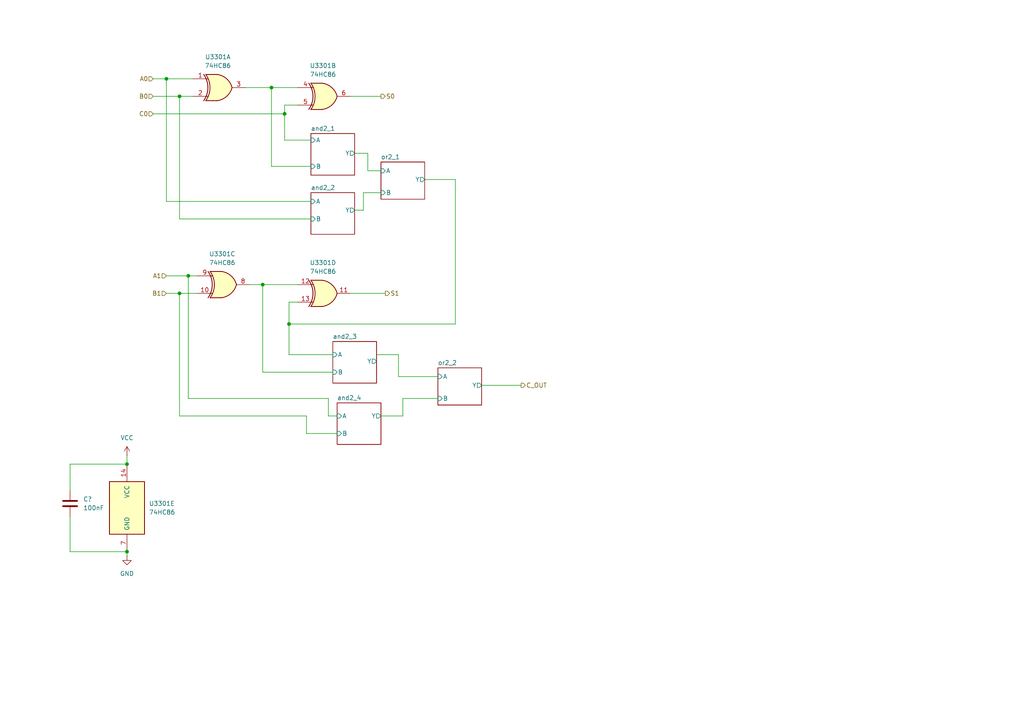
<source format=kicad_sch>
(kicad_sch (version 20250114) (generator "eeschema") (generator_version "9.0")
  (paper "A4")
  (lib_symbols
    (symbol "74xx:74HC86" (pin_names (offset 1.016))
      (property "Reference" "U" (at 0 1.27 0))
      (property "Value" "74HC86" (at 0 -1.27 0))
      (symbol "74HC86_1_0"
        (arc (start -4.4196 3.81) (mid -3.2033 0) (end -4.4196 -3.81) (stroke (width 0.254)))
        (arc (start -3.81 3.81) (mid -2.589 0) (end -3.81 -3.81) (stroke (width 0.254)))
        (polyline (pts (xy -3.81 3.81) (xy -0.635 3.81)) (stroke (width 0.254)) (fill (type background)))
        (polyline (pts (xy -3.81 -3.81) (xy -0.635 -3.81)) (stroke (width 0.254)) (fill (type background)))
        (arc (start 3.81 0) (mid 2.1855 -2.584) (end -0.6096 -3.81) (stroke (width 0.254)) (fill (type background)))
        (arc (start -0.6096 3.81) (mid 2.1928 2.5924) (end 3.81 0) (stroke (width 0.254)) (fill (type background)))
        (polyline (pts (xy -0.635 3.81) (xy -3.81 3.81) (xy -3.81 3.81) (xy -3.556 3.4036) (xy -3.0226 2.2606) (xy -2.6924 1.0414) (xy -2.6162 -0.254) (xy -2.7686 -1.4986) (xy -3.175 -2.7178) (xy -3.81 -3.81) (xy -3.81 -3.81) (xy -0.635 -3.81)) (stroke (width -25.4)) (fill (type background)))
        (pin input line (at -7.62 2.54 0) (length 4.445) (name "~") (number "1"))
        (pin input line (at -7.62 -2.54 0) (length 4.445) (name "~") (number "2"))
        (pin output line (at 7.62 0 180) (length 3.81) (name "~") (number "3"))
      )
      (symbol "74HC86_1_1"
        (polyline (pts (xy -3.81 2.54) (xy -3.175 2.54)) (stroke (width 0.1524)))
        (polyline (pts (xy -3.81 -2.54) (xy -3.175 -2.54)) (stroke (width 0.1524)))
      )
      (symbol "74HC86_2_0"
        (arc (start -4.4196 3.81) (mid -3.2033 0) (end -4.4196 -3.81) (stroke (width 0.254)))
        (arc (start -3.81 3.81) (mid -2.589 0) (end -3.81 -3.81) (stroke (width 0.254)))
        (polyline (pts (xy -3.81 3.81) (xy -0.635 3.81)) (stroke (width 0.254)) (fill (type background)))
        (polyline (pts (xy -3.81 -3.81) (xy -0.635 -3.81)) (stroke (width 0.254)) (fill (type background)))
        (arc (start 3.81 0) (mid 2.1855 -2.584) (end -0.6096 -3.81) (stroke (width 0.254)) (fill (type background)))
        (arc (start -0.6096 3.81) (mid 2.1928 2.5924) (end 3.81 0) (stroke (width 0.254)) (fill (type background)))
        (polyline (pts (xy -0.635 3.81) (xy -3.81 3.81) (xy -3.81 3.81) (xy -3.556 3.4036) (xy -3.0226 2.2606) (xy -2.6924 1.0414) (xy -2.6162 -0.254) (xy -2.7686 -1.4986) (xy -3.175 -2.7178) (xy -3.81 -3.81) (xy -3.81 -3.81) (xy -0.635 -3.81)) (stroke (width -25.4)) (fill (type background)))
        (pin input line (at -7.62 2.54 0) (length 4.445) (name "~") (number "4"))
        (pin input line (at -7.62 -2.54 0) (length 4.445) (name "~") (number "5"))
        (pin output line (at 7.62 0 180) (length 3.81) (name "~") (number "6"))
      )
      (symbol "74HC86_2_1"
        (polyline (pts (xy -3.81 2.54) (xy -3.175 2.54)) (stroke (width 0.1524)))
        (polyline (pts (xy -3.81 -2.54) (xy -3.175 -2.54)) (stroke (width 0.1524)))
      )
      (symbol "74HC86_3_0"
        (arc (start -4.4196 3.81) (mid -3.2033 0) (end -4.4196 -3.81) (stroke (width 0.254)))
        (arc (start -3.81 3.81) (mid -2.589 0) (end -3.81 -3.81) (stroke (width 0.254)))
        (polyline (pts (xy -3.81 3.81) (xy -0.635 3.81)) (stroke (width 0.254)) (fill (type background)))
        (polyline (pts (xy -3.81 -3.81) (xy -0.635 -3.81)) (stroke (width 0.254)) (fill (type background)))
        (arc (start 3.81 0) (mid 2.1855 -2.584) (end -0.6096 -3.81) (stroke (width 0.254)) (fill (type background)))
        (arc (start -0.6096 3.81) (mid 2.1928 2.5924) (end 3.81 0) (stroke (width 0.254)) (fill (type background)))
        (polyline (pts (xy -0.635 3.81) (xy -3.81 3.81) (xy -3.81 3.81) (xy -3.556 3.4036) (xy -3.0226 2.2606) (xy -2.6924 1.0414) (xy -2.6162 -0.254) (xy -2.7686 -1.4986) (xy -3.175 -2.7178) (xy -3.81 -3.81) (xy -3.81 -3.81) (xy -0.635 -3.81)) (stroke (width -25.4)) (fill (type background)))
        (pin input line (at -7.62 2.54 0) (length 4.445) (name "~") (number "9"))
        (pin input line (at -7.62 -2.54 0) (length 4.445) (name "~") (number "10"))
        (pin output line (at 7.62 0 180) (length 3.81) (name "~") (number "8"))
      )
      (symbol "74HC86_3_1"
        (polyline (pts (xy -3.81 2.54) (xy -3.175 2.54)) (stroke (width 0.1524)))
        (polyline (pts (xy -3.81 -2.54) (xy -3.175 -2.54)) (stroke (width 0.1524)))
      )
      (symbol "74HC86_4_0"
        (arc (start -4.4196 3.81) (mid -3.2033 0) (end -4.4196 -3.81) (stroke (width 0.254)))
        (arc (start -3.81 3.81) (mid -2.589 0) (end -3.81 -3.81) (stroke (width 0.254)))
        (polyline (pts (xy -3.81 3.81) (xy -0.635 3.81)) (stroke (width 0.254)) (fill (type background)))
        (polyline (pts (xy -3.81 -3.81) (xy -0.635 -3.81)) (stroke (width 0.254)) (fill (type background)))
        (arc (start 3.81 0) (mid 2.1855 -2.584) (end -0.6096 -3.81) (stroke (width 0.254)) (fill (type background)))
        (arc (start -0.6096 3.81) (mid 2.1928 2.5924) (end 3.81 0) (stroke (width 0.254)) (fill (type background)))
        (polyline (pts (xy -0.635 3.81) (xy -3.81 3.81) (xy -3.81 3.81) (xy -3.556 3.4036) (xy -3.0226 2.2606) (xy -2.6924 1.0414) (xy -2.6162 -0.254) (xy -2.7686 -1.4986) (xy -3.175 -2.7178) (xy -3.81 -3.81) (xy -3.81 -3.81) (xy -0.635 -3.81)) (stroke (width -25.4)) (fill (type background)))
        (pin input line (at -7.62 2.54 0) (length 4.445) (name "~") (number "12"))
        (pin input line (at -7.62 -2.54 0) (length 4.445) (name "~") (number "13"))
        (pin output line (at 7.62 0 180) (length 3.81) (name "~") (number "11"))
      )
      (symbol "74HC86_4_1"
        (polyline (pts (xy -3.81 2.54) (xy -3.175 2.54)) (stroke (width 0.1524)))
        (polyline (pts (xy -3.81 -2.54) (xy -3.175 -2.54)) (stroke (width 0.1524)))
      )
      (symbol "74HC86_5_0"
        (pin power_in line (at 0 12.7 270) (length 5.08) (name "VCC") (number "14"))
        (pin power_in line (at 0 -12.7 90) (length 5.08) (name "GND") (number "7"))
      )
      (symbol "74HC86_5_1"
        (rectangle (start -5.08 7.62) (end 5.08 -7.62) (stroke (width 0.254)) (fill (type background)))
      )
    )
    (symbol "Device:C" (pin_numbers (hide yes)) (pin_names (offset 0.254))
      (property "Reference" "C" (at 0.635 2.54 0))
      (property "Value" "C" (at 0.635 -2.54 0))
      (symbol "C_0_1"
        (polyline (pts (xy -2.032 0.762) (xy 2.032 0.762)) (stroke (width 0.508)))
        (polyline (pts (xy -2.032 -0.762) (xy 2.032 -0.762)) (stroke (width 0.508)))
      )
      (symbol "C_1_1"
        (pin passive line (at 0 3.81 270) (length 2.794) (name "~") (number "1"))
        (pin passive line (at 0 -3.81 90) (length 2.794) (name "~") (number "2"))
      )
    )
    (symbol "power:GND" (power) (pin_numbers (hide yes)) (pin_names (offset 0) (hide yes))
      (property "Value" "GND" (at 0 -3.81 0))
      (symbol "GND_0_1"
        (polyline (pts (xy 0 0) (xy 0 -1.27) (xy 1.27 -1.27) (xy 0 -2.54) (xy -1.27 -1.27) (xy 0 -1.27)))
      )
      (symbol "GND_1_1"
        (pin power_in line (at 0 0 270) (length 0) (name "~") (number "1"))
      )
    )
    (symbol "power:VCC" (power) (pin_numbers (hide yes)) (pin_names (offset 0) (hide yes))
      (property "Value" "VCC" (at 0 3.556 0))
      (symbol "VCC_0_1"
        (polyline (pts (xy -0.762 1.27) (xy 0 2.54)))
        (polyline (pts (xy 0 2.54) (xy 0.762 1.27)))
        (polyline (pts (xy 0 0) (xy 0 2.54)))
      )
      (symbol "VCC_1_1"
        (pin power_in line (at 0 0 90) (length 0) (name "~") (number "1"))
      )
    )
  )
  (junction (at 36.83 134.62))
  (junction (at 76.2 82.55))
  (junction (at 52.07 85.09))
  (junction (at 78.74 25.4))
  (junction (at 83.82 93.98))
  (junction (at 48.26 22.86))
  (junction (at 54.61 80.01))
  (junction (at 36.83 160.02))
  (junction (at 82.55 33.02))
  (junction (at 52.07 27.94))
  (wire (pts (xy 54.61 115.57) (xy 95.25 115.57)))
  (wire (pts (xy 127 109.22) (xy 115.57 109.22)))
  (wire (pts (xy 44.45 33.02) (xy 82.55 33.02)))
  (wire (pts (xy 20.32 134.62) (xy 36.83 134.62)))
  (wire (pts (xy 76.2 82.55) (xy 86.36 82.55)))
  (wire (pts (xy 102.87 60.96) (xy 105.41 60.96)))
  (wire (pts (xy 90.17 40.64) (xy 82.55 40.64)))
  (wire (pts (xy 52.07 27.94) (xy 55.88 27.94)))
  (wire (pts (xy 132.08 93.98) (xy 132.08 52.07)))
  (wire (pts (xy 36.83 161.29) (xy 36.83 160.02)))
  (wire (pts (xy 86.36 30.48) (xy 82.55 30.48)))
  (wire (pts (xy 52.07 27.94) (xy 52.07 63.5)))
  (wire (pts (xy 52.07 85.09) (xy 57.15 85.09)))
  (wire (pts (xy 116.84 120.65) (xy 110.49 120.65)))
  (wire (pts (xy 96.52 107.95) (xy 76.2 107.95)))
  (wire (pts (xy 90.17 48.26) (xy 78.74 48.26)))
  (wire (pts (xy 76.2 82.55) (xy 76.2 107.95)))
  (wire (pts (xy 123.19 52.07) (xy 132.08 52.07)))
  (wire (pts (xy 44.45 22.86) (xy 48.26 22.86)))
  (wire (pts (xy 86.36 87.63) (xy 83.82 87.63)))
  (wire (pts (xy 101.6 27.94) (xy 110.49 27.94)))
  (wire (pts (xy 52.07 120.65) (xy 88.9 120.65)))
  (wire (pts (xy 88.9 120.65) (xy 88.9 125.73)))
  (wire (pts (xy 54.61 80.01) (xy 57.15 80.01)))
  (wire (pts (xy 96.52 102.87) (xy 83.82 102.87)))
  (wire (pts (xy 52.07 85.09) (xy 52.07 120.65)))
  (wire (pts (xy 105.41 55.88) (xy 105.41 60.96)))
  (wire (pts (xy 83.82 93.98) (xy 83.82 102.87)))
  (wire (pts (xy 110.49 55.88) (xy 105.41 55.88)))
  (wire (pts (xy 44.45 27.94) (xy 52.07 27.94)))
  (wire (pts (xy 97.79 120.65) (xy 95.25 120.65)))
  (wire (pts (xy 106.68 44.45) (xy 106.68 49.53)))
  (wire (pts (xy 127 115.57) (xy 116.84 115.57)))
  (wire (pts (xy 52.07 63.5) (xy 90.17 63.5)))
  (wire (pts (xy 78.74 48.26) (xy 78.74 25.4)))
  (wire (pts (xy 83.82 87.63) (xy 83.82 93.98)))
  (wire (pts (xy 48.26 85.09) (xy 52.07 85.09)))
  (wire (pts (xy 48.26 80.01) (xy 54.61 80.01)))
  (wire (pts (xy 78.74 25.4) (xy 86.36 25.4)))
  (wire (pts (xy 48.26 58.42) (xy 90.17 58.42)))
  (wire (pts (xy 101.6 85.09) (xy 111.76 85.09)))
  (wire (pts (xy 88.9 125.73) (xy 97.79 125.73)))
  (wire (pts (xy 72.39 82.55) (xy 76.2 82.55)))
  (wire (pts (xy 139.7 111.76) (xy 151.13 111.76)))
  (wire (pts (xy 48.26 22.86) (xy 48.26 58.42)))
  (wire (pts (xy 20.32 149.86) (xy 20.32 160.02)))
  (wire (pts (xy 106.68 49.53) (xy 110.49 49.53)))
  (wire (pts (xy 95.25 120.65) (xy 95.25 115.57)))
  (wire (pts (xy 83.82 93.98) (xy 132.08 93.98)))
  (wire (pts (xy 48.26 22.86) (xy 55.88 22.86)))
  (wire (pts (xy 102.87 44.45) (xy 106.68 44.45)))
  (wire (pts (xy 36.83 132.08) (xy 36.83 134.62)))
  (wire (pts (xy 82.55 40.64) (xy 82.55 33.02)))
  (wire (pts (xy 82.55 30.48) (xy 82.55 33.02)))
  (wire (pts (xy 54.61 80.01) (xy 54.61 115.57)))
  (wire (pts (xy 115.57 102.87) (xy 109.22 102.87)))
  (wire (pts (xy 20.32 142.24) (xy 20.32 134.62)))
  (wire (pts (xy 115.57 109.22) (xy 115.57 102.87)))
  (wire (pts (xy 71.12 25.4) (xy 78.74 25.4)))
  (wire (pts (xy 20.32 160.02) (xy 36.83 160.02)))
  (wire (pts (xy 116.84 115.57) (xy 116.84 120.65)))
  (hierarchical_label "C_OUT" (shape output) (at 151.13 111.76 0))
  (hierarchical_label "S0" (shape output) (at 110.49 27.94 0))
  (hierarchical_label "A1" (shape input) (at 48.26 80.01 180))
  (hierarchical_label "A0" (shape input) (at 44.45 22.86 180))
  (hierarchical_label "C0" (shape input) (at 44.45 33.02 180))
  (hierarchical_label "S1" (shape output) (at 111.76 85.09 0))
  (hierarchical_label "B1" (shape input) (at 48.26 85.09 180))
  (hierarchical_label "B0" (shape input) (at 44.45 27.94 180))
  (symbol (lib_id "Device:C") (at 20.32 146.05 0) (unit 1)
    (property "Reference" "C?" (at 24.13 144.7799 0) (effects (justify left)))
    (property "Value" "100nF" (at 24.13 147.3199 0) (effects (justify left)))
    (property "Footprint" "Capacitor_THT:C_Disc_D5.0mm_W2.5mm_P5.00mm" (effects (hide yes)))
    (property "Description" "Unpolarized capacitor" (effects (hide yes)))
  )
  (symbol (lib_id "74xx:74HC86") (at 36.83 147.32 0) (unit 5)
    (property "Reference" "U201" (at 43.18 146.0499 0) (effects (justify left)))
    (property "Value" "74HC86" (at 43.18 148.5899 0) (effects (justify left)))
    (property "Footprint" "Package_SO:SOIC-14_3.9x8.7mm_P1.27mm" (effects (hide yes)))
    (property "Datasheet" "http://www.ti.com/lit/gpn/sn74HC86" (effects (hide yes)))
    (property "Description" "Quad 2-input XOR" (effects (hide yes)))
    (instances (project "" (path "" (reference "U3301") (unit 5)) (path "" (reference "U1101") (unit 5)) (path "" (reference "U201") (unit 5)) (path "" (reference "U2201") (unit 5))))
  )
  (symbol (lib_id "74xx:74HC86") (at 93.98 27.94 0) (unit 2)
    (property "Reference" "U201" (at 93.6752 19.05 0))
    (property "Value" "74HC86" (at 93.6752 21.59 0))
    (property "Footprint" "Package_SO:SOIC-14_3.9x8.7mm_P1.27mm" (effects (hide yes)))
    (property "Datasheet" "http://www.ti.com/lit/gpn/sn74HC86" (effects (hide yes)))
    (property "Description" "Quad 2-input XOR" (effects (hide yes)))
    (instances (project "" (path "" (reference "U3301") (unit 2)) (path "" (reference "U1101") (unit 2)) (path "" (reference "U201") (unit 2)) (path "" (reference "U2201") (unit 2))))
  )
  (symbol (lib_id "74xx:74HC86") (at 93.98 85.09 0) (unit 4)
    (property "Reference" "U201" (at 93.6752 76.2 0))
    (property "Value" "74HC86" (at 93.6752 78.74 0))
    (property "Footprint" "Package_SO:SOIC-14_3.9x8.7mm_P1.27mm" (effects (hide yes)))
    (property "Datasheet" "http://www.ti.com/lit/gpn/sn74HC86" (effects (hide yes)))
    (property "Description" "Quad 2-input XOR" (effects (hide yes)))
    (instances (project "" (path "" (reference "U3301") (unit 4)) (path "" (reference "U1101") (unit 4)) (path "" (reference "U201") (unit 4)) (path "" (reference "U2201") (unit 4))))
  )
  (symbol (lib_id "74xx:74HC86") (at 63.5 25.4 0) (unit 1)
    (property "Reference" "U201" (at 63.1952 16.51 0))
    (property "Value" "74HC86" (at 63.1952 19.05 0))
    (property "Footprint" "Package_SO:SOIC-14_3.9x8.7mm_P1.27mm" (effects (hide yes)))
    (property "Datasheet" "http://www.ti.com/lit/gpn/sn74HC86" (effects (hide yes)))
    (property "Description" "Quad 2-input XOR" (effects (hide yes)))
    (instances (project "" (path "" (reference "U3301") (unit 1)) (path "" (reference "U1101") (unit 1)) (path "" (reference "U201") (unit 1)) (path "" (reference "U2201") (unit 1))))
  )
  (symbol (lib_id "power:GND") (at 36.83 161.29 0) (unit 1)
    (property "Reference" "#PWR?" (effects (hide yes)))
    (property "Value" "GND" (at 36.83 166.37 0))
    (property "Description" "Power symbol creates a global label with name \"GND\" , ground" (effects (hide yes)))
  )
  (symbol (lib_id "power:VCC") (at 36.83 132.08 0) (unit 1)
    (property "Reference" "#PWR?" (effects (hide yes)))
    (property "Value" "VCC" (at 36.83 127 0))
    (property "Description" "Power symbol creates a global label with name \"VCC\"" (effects (hide yes)))
  )
  (symbol (lib_id "74xx:74HC86") (at 64.77 82.55 0) (unit 3)
    (property "Reference" "U201" (at 64.4652 73.66 0))
    (property "Value" "74HC86" (at 64.4652 76.2 0))
    (property "Footprint" "Package_SO:SOIC-14_3.9x8.7mm_P1.27mm" (effects (hide yes)))
    (property "Datasheet" "http://www.ti.com/lit/gpn/sn74HC86" (effects (hide yes)))
    (property "Description" "Quad 2-input XOR" (effects (hide yes)))
    (instances (project "" (path "" (reference "U3301") (unit 3)) (path "" (reference "U1101") (unit 3)) (path "" (reference "U201") (unit 3)) (path "" (reference "U2201") (unit 3))))
  )
  (sheet (at 90.17 38.735) (size 12.7 12.065) (stroke (width 0.1524))
    (property "Sheetname" "and2_1" (at 90.17 38.0234 0) (effects (justify left bottom)))
    (property "Sheetfile" "../../gates/gate_and/gate_and_2in/gate_and_2in.kicad_sch" (effects (hide yes)))
    (pin "A" input (at 90.17 40.64 180))
    (pin "B" input (at 90.17 48.26 180))
    (pin "Y" output (at 102.87 44.45 0))
  )
  (sheet (at 110.49 46.99) (size 12.7 10.795) (stroke (width 0.1524))
    (property "Sheetname" "or2_1" (at 110.49 46.2784 0) (effects (justify left bottom)))
    (property "Sheetfile" "../../gates/gate_or/gate_or_2in/gate_or_2in.kicad_sch" (effects (hide yes)))
    (pin "B" input (at 110.49 55.88 180))
    (pin "A" input (at 110.49 49.53 180))
    (pin "Y" output (at 123.19 52.07 0))
  )
  (sheet (at 97.79 116.84) (size 12.7 12.065) (stroke (width 0.1524))
    (property "Sheetname" "and2_4" (at 97.79 116.1284 0) (effects (justify left bottom)))
    (property "Sheetfile" "../../gates/gate_and/gate_and_2in/gate_and_2in.kicad_sch" (effects (hide yes)))
    (pin "A" input (at 97.79 120.65 180))
    (pin "B" input (at 97.79 125.73 180))
    (pin "Y" output (at 110.49 120.65 0))
  )
  (sheet (at 90.17 55.88) (size 12.7 12.065) (stroke (width 0.1524))
    (property "Sheetname" "and2_2" (at 90.17 55.1684 0) (effects (justify left bottom)))
    (property "Sheetfile" "../../gates/gate_and/gate_and_2in/gate_and_2in.kicad_sch" (effects (hide yes)))
    (pin "A" input (at 90.17 58.42 180))
    (pin "B" input (at 90.17 63.5 180))
    (pin "Y" output (at 102.87 60.96 0))
  )
  (sheet (at 96.52 99.06) (size 12.7 12.065) (stroke (width 0.1524))
    (property "Sheetname" "and2_3" (at 96.52 98.3484 0) (effects (justify left bottom)))
    (property "Sheetfile" "../../gates/gate_and/gate_and_2in/gate_and_2in.kicad_sch" (effects (hide yes)))
    (pin "A" input (at 96.52 102.87 180))
    (pin "B" input (at 96.52 107.95 180))
    (pin "Y" output (at 109.22 104.775 0))
  )
  (sheet (at 127 106.68) (size 12.7 10.795) (stroke (width 0.1524))
    (property "Sheetname" "or2_2" (at 127 105.9684 0) (effects (justify left bottom)))
    (property "Sheetfile" "../../gates/gate_or/gate_or_2in/gate_or_2in.kicad_sch" (effects (hide yes)))
    (pin "B" input (at 127 115.57 180))
    (pin "A" input (at 127 109.22 180))
    (pin "Y" output (at 139.7 111.76 0))
  )
)
</source>
